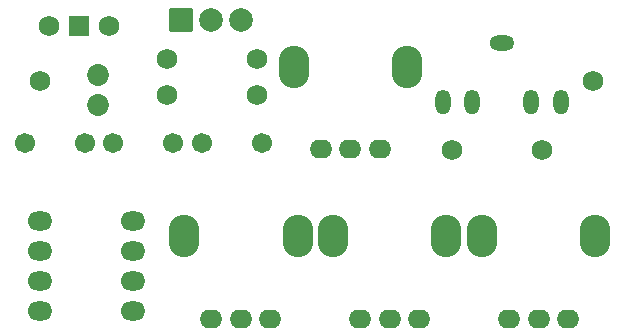
<source format=gbs>
G04 Layer: BottomSolderMaskLayer*
G04 EasyEDA v6.5.23, 2023-05-03 21:09:27*
G04 070e00cd3d364d4cb8f93b061264e40a,f016fa541b524367aba1ea0f7d3472e8,10*
G04 Gerber Generator version 0.2*
G04 Scale: 100 percent, Rotated: No, Reflected: No *
G04 Dimensions in millimeters *
G04 leading zeros omitted , absolute positions ,4 integer and 5 decimal *
%FSLAX45Y45*%
%MOMM*%

%AMMACRO1*1,1,$1,$2,$3*1,1,$1,$4,$5*1,1,$1,0-$2,0-$3*1,1,$1,0-$4,0-$5*20,1,$1,$2,$3,$4,$5,0*20,1,$1,$4,$5,0-$2,0-$3,0*20,1,$1,0-$2,0-$3,0-$4,0-$5,0*20,1,$1,0-$4,0-$5,$2,$3,0*4,1,4,$2,$3,$4,$5,0-$2,0-$3,0-$4,0-$5,$2,$3,0*%
%ADD10MACRO1,0.2032X0.762X0.762X0.762X-0.762*%
%ADD11C,1.7272*%
%ADD12C,2.0032*%
%ADD13MACRO1,0.2032X-0.9X0.9X0.9X0.9*%
%ADD14C,1.7526*%
%ADD15C,1.7016*%
%ADD16O,2.1015960000000002X1.6256000000000002*%
%ADD17O,2.1015960000000002X1.3015976000000002*%
%ADD18O,1.3015976000000002X2.1015960000000002*%
%ADD19O,1.9000215999999999X1.6000222*%
%ADD20O,2.6000202X3.5998912*%
%ADD21C,1.8532*%

%LPD*%
D10*
G01*
X533400Y2781300D03*
D11*
G01*
X787400Y2781300D03*
G01*
X279400Y2781300D03*
D12*
G01*
X1905000Y2832100D03*
G01*
X1651000Y2832100D03*
D13*
G01*
X1397000Y2832100D03*
D14*
G01*
X1282700Y2501900D03*
G01*
X2044700Y2501900D03*
D15*
G01*
X76200Y1790700D03*
G01*
X584200Y1790700D03*
G01*
X1574800Y1790700D03*
G01*
X2082800Y1790700D03*
G01*
X825500Y1790700D03*
G01*
X1333500Y1790700D03*
D16*
G01*
X201904Y1130300D03*
G01*
X991895Y1130300D03*
G01*
X201904Y876300D03*
G01*
X991895Y876300D03*
G01*
X201904Y622300D03*
G01*
X991895Y622300D03*
G01*
X201904Y368300D03*
G01*
X991895Y368300D03*
D17*
G01*
X4114800Y2637662D03*
D18*
G01*
X4614799Y2137663D03*
G01*
X4363720Y2137663D03*
G01*
X3863720Y2137663D03*
G01*
X3614800Y2137663D03*
D19*
G01*
X1655140Y300736D03*
G01*
X1905127Y300736D03*
G01*
X2155139Y300736D03*
D20*
G01*
X2385136Y1000760D03*
G01*
X1425117Y1000760D03*
D19*
G01*
X4174312Y300736D03*
G01*
X4424299Y300736D03*
G01*
X4674311Y300736D03*
D20*
G01*
X4904308Y1000760D03*
G01*
X3944289Y1000760D03*
D19*
G01*
X2914726Y300736D03*
G01*
X3164713Y300736D03*
G01*
X3414725Y300736D03*
D20*
G01*
X3644722Y1000760D03*
G01*
X2684703Y1000760D03*
D14*
G01*
X3695700Y1727200D03*
G01*
X4457700Y1727200D03*
G01*
X1282700Y2197100D03*
G01*
X2044700Y2197100D03*
D21*
G01*
X698500Y2362200D03*
G01*
X698500Y2108200D03*
D19*
G01*
X2582113Y1732787D03*
G01*
X2832100Y1732787D03*
G01*
X3082112Y1732787D03*
D20*
G01*
X3312109Y2432812D03*
G01*
X2352090Y2432812D03*
D11*
G01*
X4889500Y2311400D03*
G01*
X203200Y2311400D03*
M02*

</source>
